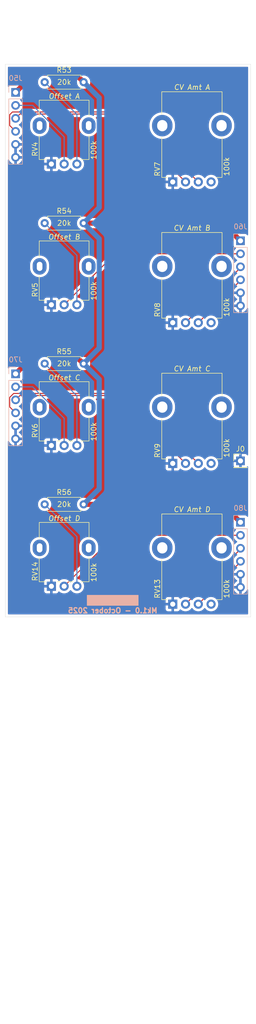
<source format=kicad_pcb>
(kicad_pcb (version 20241229) (generator "pcbnew") (generator_version "9.0")
  (title_block (rev "1") (company "DMH Instruments") (comment 1 "10cm Kosmo format synthesizer module PCB"))
  (layers (0 "F.Cu" signal) (2 "B.Cu" signal) (13 "F.Paste" user) (15 "B.Paste" user) (5 "F.SilkS" user "F.Silkscreen") (7 "B.SilkS" user "B.Silkscreen") (1 "F.Mask" user) (3 "B.Mask" user) (25 "Edge.Cuts" user))
  (net 0 "")
  (net 1 "+12V")
  (net 2 "GND")
  (net 3 "/Inputs and Outputs/CV Amt D Pot")
  (net 4 "/Inputs and Outputs/Offset D Pot")
  (net 5 "/Inputs and Outputs/CV D Jack")
  (net 6 "Net-(R56-Pad1)")
  (net 7 "/Inputs and Outputs/CV A Jack")
  (net 8 "Net-(R53-Pad1)")
  (net 9 "Net-(R54-Pad1)")
  (net 10 "/Inputs and Outputs/CV B Jack")
  (net 11 "Net-(R55-Pad1)")
  (net 12 "/Inputs and Outputs/CV C Jack")
  (net 13 "/Inputs and Outputs/Offset A Pot")
  (net 14 "/Inputs and Outputs/Offset B Pot")
  (net 15 "/Inputs and Outputs/Offset C Pot")
  (net 16 "/Inputs and Outputs/CV Amt A Pot")
  (net 17 "/Inputs and Outputs/CV Amt B Pot")
  (net 18 "/Inputs and Outputs/CV Amt C Pot")
  (footprint "SynthStuff:Potentiometer_TT_P110KH1" (layer "F.Cu") (at 85 65.5)
    (property "Reference" "RV7" (at -4.25 -2.5 90) (layer "F.SilkS"))
    (property "Value" "100k" (at 9.3 -3 90) (layer "F.SilkS"))
    (property "Function" "CV Amt A" (at 2.5 -18.5 0) (layer "F.SilkS") (effects (font (thickness 0.15) (italic yes))))
    (fp_line (start -3.4 -17.62) (end -3.4 -13.25) (stroke (width 0.12)) (layer "F.SilkS"))
    (fp_line (start -3.4 -8.7) (end -3.4 -0.88) (stroke (width 0.12)) (layer "F.SilkS"))
    (fp_line (start -2.4 -0.88) (end -3.4 -0.88) (stroke (width 0.12)) (layer "F.SilkS"))
    (fp_line (start 8.4 -17.62) (end -3.4 -17.62) (stroke (width 0.12)) (layer "F.SilkS"))
    (fp_line (start 8.4 -17.62) (end 8.4 -13.25) (stroke (width 0.12)) (layer "F.SilkS"))
    (fp_line (start 8.4 -8.7) (end 8.4 -0.88) (stroke (width 0.12)) (layer "F.SilkS"))
    (fp_line (start 8.4 -0.88) (end 7.4 -0.88) (stroke (width 0.12)) (layer "F.SilkS"))
    (pad "" thru_hole oval (at -3.3 -11) (size 4 4.2) (drill oval 2 2.2) (layers "*.Cu" "*.Mask"))
    (pad "" thru_hole circle (at 6.25 0) (size 1.8 1.8) (drill 1) (layers "*.Cu" "*.Mask"))
    (pad "" thru_hole oval (at 8.3 -11) (size 4 4.2) (drill oval 2 2.2) (layers "*.Cu" "*.Mask"))
    (pad "1" thru_hole rect (at -1.25 0) (size 1.8 1.8) (drill 1) (layers "*.Cu" "*.Mask") (net 2 "GND"))
    (pad "2" thru_hole circle (at 1.25 0) (size 1.8 1.8) (drill 1) (layers "*.Cu" "*.Mask") (net 16 "/Inputs and Outputs/CV Amt A Pot"))
    (pad "3" thru_hole circle (at 3.75 0) (size 1.8 1.8) (drill 1) (layers "*.Cu" "*.Mask") (net 7 "/Inputs and Outputs/CV A Jack"))
  )
  (footprint "Resistor_THT:R_Axial_DIN0207_L6.3mm_D2.5mm_P7.62mm_Horizontal" (layer "F.Cu") (at 58.69 46)
    (property "Reference" "R53" (at 3.81 -2.37 0) (layer "F.SilkS"))
    (property "Value" "20k" (at 3.81 0 0) (layer "F.SilkS"))
    (fp_line (start 0.54 -1.37) (end 7.08 -1.37) (stroke (width 0.12)) (layer "F.SilkS"))
    (fp_line (start 0.54 -1.04) (end 0.54 -1.37) (stroke (width 0.12)) (layer "F.SilkS"))
    (fp_line (start 0.54 1.04) (end 0.54 1.37) (stroke (width 0.12)) (layer "F.SilkS"))
    (fp_line (start 0.54 1.37) (end 7.08 1.37) (stroke (width 0.12)) (layer "F.SilkS"))
    (fp_line (start 7.08 -1.37) (end 7.08 -1.04) (stroke (width 0.12)) (layer "F.SilkS"))
    (fp_line (start 7.08 1.37) (end 7.08 1.04) (stroke (width 0.12)) (layer "F.SilkS"))
    (pad "1" thru_hole circle (at 0 0) (size 1.6 1.6) (drill 0.8) (layers "*.Cu" "*.Mask") (net 8 "Net-(R53-Pad1)"))
    (pad "2" thru_hole oval (at 7.62 0) (size 1.6 1.6) (drill 0.8) (layers "*.Cu" "*.Mask") (net 1 "+12V"))
  )
  (footprint "SynthStuff:Potentiometer_TT_P110KH1" (layer "F.Cu") (at 85 148)
    (property "Reference" "RV13" (at -4.25 -3 90) (layer "F.SilkS"))
    (property "Value" "100k" (at 9.3 -3 90) (layer "F.SilkS"))
    (property "Function" "CV Amt D" (at 2.5 -18.5 0) (layer "F.SilkS") (effects (font (thickness 0.15) (italic yes))))
    (fp_line (start -3.4 -17.62) (end -3.4 -13.25) (stroke (width 0.12)) (layer "F.SilkS"))
    (fp_line (start -3.4 -8.7) (end -3.4 -0.88) (stroke (width 0.12)) (layer "F.SilkS"))
    (fp_line (start -2.4 -0.88) (end -3.4 -0.88) (stroke (width 0.12)) (layer "F.SilkS"))
    (fp_line (start 8.4 -17.62) (end -3.4 -17.62) (stroke (width 0.12)) (layer "F.SilkS"))
    (fp_line (start 8.4 -17.62) (end 8.4 -13.25) (stroke (width 0.12)) (layer "F.SilkS"))
    (fp_line (start 8.4 -8.7) (end 8.4 -0.88) (stroke (width 0.12)) (layer "F.SilkS"))
    (fp_line (start 8.4 -0.88) (end 7.4 -0.88) (stroke (width 0.12)) (layer "F.SilkS"))
    (pad "" thru_hole oval (at -3.3 -11) (size 4 4.2) (drill oval 2 2.2) (layers "*.Cu" "*.Mask"))
    (pad "" thru_hole circle (at 6.25 0) (size 1.8 1.8) (drill 1) (layers "*.Cu" "*.Mask"))
    (pad "" thru_hole oval (at 8.3 -11) (size 4 4.2) (drill oval 2 2.2) (layers "*.Cu" "*.Mask"))
    (pad "1" thru_hole rect (at -1.25 0) (size 1.8 1.8) (drill 1) (layers "*.Cu" "*.Mask") (net 2 "GND"))
    (pad "2" thru_hole circle (at 1.25 0) (size 1.8 1.8) (drill 1) (layers "*.Cu" "*.Mask") (net 3 "/Inputs and Outputs/CV Amt D Pot"))
    (pad "3" thru_hole circle (at 3.75 0) (size 1.8 1.8) (drill 1) (layers "*.Cu" "*.Mask") (net 5 "/Inputs and Outputs/CV D Jack"))
  )
  (footprint "Resistor_THT:R_Axial_DIN0207_L6.3mm_D2.5mm_P7.62mm_Horizontal" (layer "F.Cu") (at 58.69 128.5)
    (property "Reference" "R56" (at 3.81 -2.37 0) (layer "F.SilkS"))
    (property "Value" "20k" (at 3.81 0 0) (layer "F.SilkS"))
    (fp_line (start 0.54 -1.37) (end 7.08 -1.37) (stroke (width 0.12)) (layer "F.SilkS"))
    (fp_line (start 0.54 -1.04) (end 0.54 -1.37) (stroke (width 0.12)) (layer "F.SilkS"))
    (fp_line (start 0.54 1.04) (end 0.54 1.37) (stroke (width 0.12)) (layer "F.SilkS"))
    (fp_line (start 0.54 1.37) (end 7.08 1.37) (stroke (width 0.12)) (layer "F.SilkS"))
    (fp_line (start 7.08 -1.37) (end 7.08 -1.04) (stroke (width 0.12)) (layer "F.SilkS"))
    (fp_line (start 7.08 1.37) (end 7.08 1.04) (stroke (width 0.12)) (layer "F.SilkS"))
    (pad "1" thru_hole circle (at 0 0) (size 1.6 1.6) (drill 0.8) (layers "*.Cu" "*.Mask") (net 6 "Net-(R56-Pad1)"))
    (pad "2" thru_hole oval (at 7.62 0) (size 1.6 1.6) (drill 0.8) (layers "*.Cu" "*.Mask") (net 1 "+12V"))
  )
  (footprint "SynthStuff:Potentiometer_TT_P110KH1" (layer "F.Cu") (at 85 120.5)
    (property "Reference" "RV9" (at -4.25 -2.5 90) (layer "F.SilkS"))
    (property "Value" "100k" (at 9.3 -3 90) (layer "F.SilkS"))
    (property "Function" "CV Amt C" (at 2.5 -18.5 0) (layer "F.SilkS") (effects (font (thickness 0.15) (italic yes))))
    (fp_line (start -3.4 -17.62) (end -3.4 -13.25) (stroke (width 0.12)) (layer "F.SilkS"))
    (fp_line (start -3.4 -8.7) (end -3.4 -0.88) (stroke (width 0.12)) (layer "F.SilkS"))
    (fp_line (start -2.4 -0.88) (end -3.4 -0.88) (stroke (width 0.12)) (layer "F.SilkS"))
    (fp_line (start 8.4 -17.62) (end -3.4 -17.62) (stroke (width 0.12)) (layer "F.SilkS"))
    (fp_line (start 8.4 -17.62) (end 8.4 -13.25) (stroke (width 0.12)) (layer "F.SilkS"))
    (fp_line (start 8.4 -8.7) (end 8.4 -0.88) (stroke (width 0.12)) (layer "F.SilkS"))
    (fp_line (start 8.4 -0.88) (end 7.4 -0.88) (stroke (width 0.12)) (layer "F.SilkS"))
    (pad "" thru_hole oval (at -3.3 -11) (size 4 4.2) (drill oval 2 2.2) (layers "*.Cu" "*.Mask"))
    (pad "" thru_hole circle (at 6.25 0) (size 1.8 1.8) (drill 1) (layers "*.Cu" "*.Mask"))
    (pad "" thru_hole oval (at 8.3 -11) (size 4 4.2) (drill oval 2 2.2) (layers "*.Cu" "*.Mask"))
    (pad "1" thru_hole rect (at -1.25 0) (size 1.8 1.8) (drill 1) (layers "*.Cu" "*.Mask") (net 2 "GND"))
    (pad "2" thru_hole circle (at 1.25 0) (size 1.8 1.8) (drill 1) (layers "*.Cu" "*.Mask") (net 18 "/Inputs and Outputs/CV Amt C Pot"))
    (pad "3" thru_hole circle (at 3.75 0) (size 1.8 1.8) (drill 1) (layers "*.Cu" "*.Mask") (net 12 "/Inputs and Outputs/CV C Jack"))
  )
  (footprint "SynthStuff:Potentiometer_Alpha_RD901F-40-00D_Single_Vertical" (layer "F.Cu") (at 60 89.5 90)
    (property "Reference" "RV5" (at 2.9 -3.2 90) (layer "F.SilkS"))
    (property "Value" "100k" (at 2.7 8.3 90) (layer "F.SilkS"))
    (property "Function" "Offset B" (at 13.25 2.5 0) (layer "F.SilkS") (effects (font (thickness 0.15) (italic yes))))
    (fp_line (start 0.88 -2.38) (end 5.6 -2.38) (stroke (width 0.12)) (layer "F.SilkS"))
    (fp_line (start 9.41 -2.37) (end 12.47 -2.37) (stroke (width 0.12)) (layer "F.SilkS"))
    (fp_line (start 0.88 -1.19) (end 0.88 -2.37) (stroke (width 0.12)) (layer "F.SilkS"))
    (fp_line (start 0.88 1.71) (end 0.88 1.18) (stroke (width 0.12)) (layer "F.SilkS"))
    (fp_line (start 0.88 4.16) (end 0.88 3.33) (stroke (width 0.12)) (layer "F.SilkS"))
    (fp_line (start 12.47 7.37) (end 12.47 -2.37) (stroke (width 0.12)) (layer "F.SilkS"))
    (fp_line (start 9.41 7.37) (end 12.47 7.37) (stroke (width 0.12)) (layer "F.SilkS"))
    (fp_line (start 0.88 7.37) (end 0.88 5.88) (stroke (width 0.12)) (layer "F.SilkS"))
    (fp_line (start 0.88 7.37) (end 5.6 7.37) (stroke (width 0.12)) (layer "F.SilkS"))
    (pad "" thru_hole oval (at 7.5 -2.3 180) (size 2.72 3.24) (drill oval 1.1 1.8) (layers "*.Cu" "*.Mask"))
    (pad "" thru_hole oval (at 7.5 7.3 180) (size 2.72 3.24) (drill oval 1.1 1.8) (layers "*.Cu" "*.Mask"))
    (pad "1" thru_hole rect (at 0 0 180) (size 1.8 1.8) (drill 1) (layers "*.Cu" "*.Mask") (net 2 "GND"))
    (pad "2" thru_hole circle (at 0 2.5 180) (size 1.8 1.8) (drill 1) (layers "*.Cu" "*.Mask") (net 14 "/Inputs and Outputs/Offset B Pot"))
    (pad "3" thru_hole circle (at 0 5 180) (size 1.8 1.8) (drill 1) (layers "*.Cu" "*.Mask") (net 9 "Net-(R54-Pad1)"))
  )
  (footprint "Connector_PinHeader_2.54mm:PinHeader_1x01_P2.54mm_Vertical" (layer "F.Cu") (at 97 120)
    (property "Reference" "J0" (at 0 -2.33 0) (layer "F.SilkS"))
    (property "Value" "Conn_01x01" (hide yes))
    (fp_line (start -1.33 -1.33) (end 0 -1.33) (stroke (width 0.12)) (layer "F.SilkS"))
    (fp_line (start -1.33 0) (end -1.33 -1.33) (stroke (width 0.12)) (layer "F.SilkS"))
    (fp_line (start -1.33 1.27) (end -1.33 1.33) (stroke (width 0.12)) (layer "F.SilkS"))
    (fp_line (start -1.33 1.27) (end 1.33 1.27) (stroke (width 0.12)) (layer "F.SilkS"))
    (fp_line (start -1.33 1.33) (end 1.33 1.33) (stroke (width 0.12)) (layer "F.SilkS"))
    (fp_line (start 1.33 1.27) (end 1.33 1.33) (stroke (width 0.12)) (layer "F.SilkS"))
    (pad "1" thru_hole rect (at 0 0) (size 1.7 1.7) (drill 1) (layers "*.Cu" "*.Mask") (net 2 "GND"))
  )
  (footprint "SynthStuff:Potentiometer_Alpha_RD901F-40-00D_Single_Vertical" (layer "F.Cu") (at 60 144.5 90)
    (property "Reference" "RV14" (at 2.9 -3.2 90) (layer "F.SilkS"))
    (property "Value" "100k" (at 2.7 8.3 90) (layer "F.SilkS"))
    (property "Function" "Offset D" (at 13.25 2.5 0) (layer "F.SilkS") (effects (font (thickness 0.15) (italic yes))))
    (fp_line (start 0.88 -2.38) (end 5.6 -2.38) (stroke (width 0.12)) (layer "F.SilkS"))
    (fp_line (start 9.41 -2.37) (end 12.47 -2.37) (stroke (width 0.12)) (layer "F.SilkS"))
    (fp_line (start 0.88 -1.19) (end 0.88 -2.37) (stroke (width 0.12)) (layer "F.SilkS"))
    (fp_line (start 0.88 1.71) (end 0.88 1.18) (stroke (width 0.12)) (layer "F.SilkS"))
    (fp_line (start 0.88 4.16) (end 0.88 3.33) (stroke (width 0.12)) (layer "F.SilkS"))
    (fp_line (start 12.47 7.37) (end 12.47 -2.37) (stroke (width 0.12)) (layer "F.SilkS"))
    (fp_line (start 9.41 7.37) (end 12.47 7.37) (stroke (width 0.12)) (layer "F.SilkS"))
    (fp_line (start 0.88 7.37) (end 0.88 5.88) (stroke (width 0.12)) (layer "F.SilkS"))
    (fp_line (start 0.88 7.37) (end 5.6 7.37) (stroke (width 0.12)) (layer "F.SilkS"))
    (pad "" thru_hole oval (at 7.5 -2.3 180) (size 2.72 3.24) (drill oval 1.1 1.8) (layers "*.Cu" "*.Mask"))
    (pad "" thru_hole oval (at 7.5 7.3 180) (size 2.72 3.24) (drill oval 1.1 1.8) (layers "*.Cu" "*.Mask"))
    (pad "1" thru_hole rect (at 0 0 180) (size 1.8 1.8) (drill 1) (layers "*.Cu" "*.Mask") (net 2 "GND"))
    (pad "2" thru_hole circle (at 0 2.5 180) (size 1.8 1.8) (drill 1) (layers "*.Cu" "*.Mask") (net 4 "/Inputs and Outputs/Offset D Pot"))
    (pad "3" thru_hole circle (at 0 5 180) (size 1.8 1.8) (drill 1) (layers "*.Cu" "*.Mask") (net 6 "Net-(R56-Pad1)"))
  )
  (footprint "Resistor_THT:R_Axial_DIN0207_L6.3mm_D2.5mm_P7.62mm_Horizontal" (layer "F.Cu") (at 58.69 101)
    (property "Reference" "R55" (at 3.81 -2.37 0) (layer "F.SilkS"))
    (property "Value" "20k" (at 3.81 0 0) (layer "F.SilkS"))
    (fp_line (start 0.54 -1.37) (end 7.08 -1.37) (stroke (width 0.12)) (layer "F.SilkS"))
    (fp_line (start 0.54 -1.04) (end 0.54 -1.37) (stroke (width 0.12)) (layer "F.SilkS"))
    (fp_line (start 0.54 1.04) (end 0.54 1.37) (stroke (width 0.12)) (layer "F.SilkS"))
    (fp_line (start 0.54 1.37) (end 7.08 1.37) (stroke (width 0.12)) (layer "F.SilkS"))
    (fp_line (start 7.08 -1.37) (end 7.08 -1.04) (stroke (width 0.12)) (layer "F.SilkS"))
    (fp_line (start 7.08 1.37) (end 7.08 1.04) (stroke (width 0.12)) (layer "F.SilkS"))
    (pad "1" thru_hole circle (at 0 0) (size 1.6 1.6) (drill 0.8) (layers "*.Cu" "*.Mask") (net 11 "Net-(R55-Pad1)"))
    (pad "2" thru_hole oval (at 7.62 0) (size 1.6 1.6) (drill 0.8) (layers "*.Cu" "*.Mask") (net 1 "+12V"))
  )
  (footprint "SynthStuff:Potentiometer_TT_P110KH1" (layer "F.Cu") (at 85 93)
    (property "Reference" "RV8" (at -4.25 -2.5 90) (layer "F.SilkS"))
    (property "Value" "100k" (at 9.3 -3 90) (layer "F.SilkS"))
    (property "Function" "CV Amt B" (at 2.5 -18.5 0) (layer "F.SilkS") (effects (font (thickness 0.15) (italic yes))))
    (fp_line (start -3.4 -17.62) (end -3.4 -13.25) (stroke (width 0.12)) (layer "F.SilkS"))
    (fp_line (start -3.4 -8.7) (end -3.4 -0.88) (stroke (width 0.12)) (layer "F.SilkS"))
    (fp_line (start -2.4 -0.88) (end -3.4 -0.88) (stroke (width 0.12)) (layer "F.SilkS"))
    (fp_line (start 8.4 -17.62) (end -3.4 -17.62) (stroke (width 0.12)) (layer "F.SilkS"))
    (fp_line (start 8.4 -17.62) (end 8.4 -13.25) (stroke (width 0.12)) (layer "F.SilkS"))
    (fp_line (start 8.4 -8.7) (end 8.4 -0.88) (stroke (width 0.12)) (layer "F.SilkS"))
    (fp_line (start 8.4 -0.88) (end 7.4 -0.88) (stroke (width 0.12)) (layer "F.SilkS"))
    (pad "" thru_hole oval (at -3.3 -11) (size 4 4.2) (drill oval 2 2.2) (layers "*.Cu" "*.Mask"))
    (pad "" thru_hole circle (at 6.25 0) (size 1.8 1.8) (drill 1) (layers "*.Cu" "*.Mask"))
    (pad "" thru_hole oval (at 8.3 -11) (size 4 4.2) (drill oval 2 2.2) (layers "*.Cu" "*.Mask"))
    (pad "1" thru_hole rect (at -1.25 0) (size 1.8 1.8) (drill 1) (layers "*.Cu" "*.Mask") (net 2 "GND"))
    (pad "2" thru_hole circle (at 1.25 0) (size 1.8 1.8) (drill 1) (layers "*.Cu" "*.Mask") (net 17 "/Inputs and Outputs/CV Amt B Pot"))
    (pad "3" thru_hole circle (at 3.75 0) (size 1.8 1.8) (drill 1) (layers "*.Cu" "*.Mask") (net 10 "/Inputs and Outputs/CV B Jack"))
  )
  (footprint "SynthStuff:Potentiometer_Alpha_RD901F-40-00D_Single_Vertical" (layer "F.Cu") (at 60 117 90)
    (property "Reference" "RV6" (at 2.9 -3.2 90) (layer "F.SilkS"))
    (property "Value" "100k" (at 2.7 8.3 90) (layer "F.SilkS"))
    (property "Function" "Offset C" (at 13.25 2.5 0) (layer "F.SilkS") (effects (font (thickness 0.15) (italic yes))))
    (fp_line (start 0.88 -2.38) (end 5.6 -2.38) (stroke (width 0.12)) (layer "F.SilkS"))
    (fp_line (start 9.41 -2.37) (end 12.47 -2.37) (stroke (width 0.12)) (layer "F.SilkS"))
    (fp_line (start 0.88 -1.19) (end 0.88 -2.37) (stroke (width 0.12)) (layer "F.SilkS"))
    (fp_line (start 0.88 1.71) (end 0.88 1.18) (stroke (width 0.12)) (layer "F.SilkS"))
    (fp_line (start 0.88 4.16) (end 0.88 3.33) (stroke (width 0.12)) (layer "F.SilkS"))
    (fp_line (start 12.47 7.37) (end 12.47 -2.37) (stroke (width 0.12)) (layer "F.SilkS"))
    (fp_line (start 9.41 7.37) (end 12.47 7.37) (stroke (width 0.12)) (layer "F.SilkS"))
    (fp_line (start 0.88 7.37) (end 0.88 5.88) (stroke (width 0.12)) (layer "F.SilkS"))
    (fp_line (start 0.88 7.37) (end 5.6 7.37) (stroke (width 0.12)) (layer "F.SilkS"))
    (pad "" thru_hole oval (at 7.5 -2.3 180) (size 2.72 3.24) (drill oval 1.1 1.8) (layers "*.Cu" "*.Mask"))
    (pad "" thru_hole oval (at 7.5 7.3 180) (size 2.72 3.24) (drill oval 1.1 1.8) (layers "*.Cu" "*.Mask"))
    (pad "1" thru_hole rect (at 0 0 180) (size 1.8 1.8) (drill 1) (layers "*.Cu" "*.Mask") (net 2 "GND"))
    (pad "2" thru_hole circle (at 0 2.5 180) (size 1.8 1.8) (drill 1) (layers "*.Cu" "*.Mask") (net 15 "/Inputs and Outputs/Offset C Pot"))
    (pad "3" thru_hole circle (at 0 5 180) (size 1.8 1.8) (drill 1) (layers "*.Cu" "*.Mask") (net 11 "Net-(R55-Pad1)"))
  )
  (footprint "Resistor_THT:R_Axial_DIN0207_L6.3mm_D2.5mm_P7.62mm_Horizontal" (layer "F.Cu") (at 58.69 73.55)
    (property "Reference" "R54" (at 3.81 -2.37 0) (layer "F.SilkS"))
    (property "Value" "20k" (at 3.81 0 0) (layer "F.SilkS"))
    (fp_line (start 0.54 -1.37) (end 7.08 -1.37) (stroke (width 0.12)) (layer "F.SilkS"))
    (fp_line (start 0.54 -1.04) (end 0.54 -1.37) (stroke (width 0.12)) (layer "F.SilkS"))
    (fp_line (start 0.54 1.04) (end 0.54 1.37) (stroke (width 0.12)) (layer "F.SilkS"))
    (fp_line (start 0.54 1.37) (end 7.08 1.37) (stroke (width 0.12)) (layer "F.SilkS"))
    (fp_line (start 7.08 -1.37) (end 7.08 -1.04) (stroke (width 0.12)) (layer "F.SilkS"))
    (fp_line (start 7.08 1.37) (end 7.08 1.04) (stroke (width 0.12)) (layer "F.SilkS"))
    (pad "1" thru_hole circle (at 0 0) (size 1.6 1.6) (drill 0.8) (layers "*.Cu" "*.Mask") (net 9 "Net-(R54-Pad1)"))
    (pad "2" thru_hole oval (at 7.62 0) (size 1.6 1.6) (drill 0.8) (layers "*.Cu" "*.Mask") (net 1 "+12V"))
  )
  (footprint "SynthStuff:Potentiometer_Alpha_RD901F-40-00D_Single_Vertical" (layer "F.Cu") (at 60 62 90)
    (property "Reference" "RV4" (at 2.9 -3.2 90) (layer "F.SilkS"))
    (property "Value" "100k" (at 2.7 8.3 90) (layer "F.SilkS"))
    (property "Function" "Offset A" (at 13.25 2.5 0) (layer "F.SilkS") (effects (font (thickness 0.15) (italic yes))))
    (fp_line (start 0.88 -2.38) (end 5.6 -2.38) (stroke (width 0.12)) (layer "F.SilkS"))
    (fp_line (start 9.41 -2.37) (end 12.47 -2.37) (stroke (width 0.12)) (layer "F.SilkS"))
    (fp_line (start 0.88 -1.19) (end 0.88 -2.37) (stroke (width 0.12)) (layer "F.SilkS"))
    (fp_line (start 0.88 1.71) (end 0.88 1.18) (stroke (width 0.12)) (layer "F.SilkS"))
    (fp_line (start 0.88 4.16) (end 0.88 3.33) (stroke (width 0.12)) (layer "F.SilkS"))
    (fp_line (start 12.47 7.37) (end 12.47 -2.37) (stroke (width 0.12)) (layer "F.SilkS"))
    (fp_line (start 9.41 7.37) (end 12.47 7.37) (stroke (width 0.12)) (layer "F.SilkS"))
    (fp_line (start 0.88 7.37) (end 0.88 5.88) (stroke (width 0.12)) (layer "F.SilkS"))
    (fp_line (start 0.88 7.37) (end 5.6 7.37) (stroke (width 0.12)) (layer "F.SilkS"))
    (pad "" thru_hole oval (at 7.5 -2.3 180) (size 2.72 3.24) (drill oval 1.1 1.8) (layers "*.Cu" "*.Mask"))
    (pad "" thru_hole oval (at 7.5 7.3 180) (size 2.72 3.24) (drill oval 1.1 1.8) (layers "*.Cu" "*.Mask"))
    (pad "1" thru_hole rect (at 0 0 180) (size 1.8 1.8) (drill 1) (layers "*.Cu" "*.Mask") (net 2 "GND"))
    (pad "2" thru_hole circle (at 0 2.5 180) (size 1.8 1.8) (drill 1) (layers "*.Cu" "*.Mask") (net 13 "/Inputs and Outputs/Offset A Pot"))
    (pad "3" thru_hole circle (at 0 5 180) (size 1.8 1.8) (drill 1) (layers "*.Cu" "*.Mask") (net 8 "Net-(R53-Pad1)"))
  )
  (footprint "Connector_PinSocket_2.54mm:PinSocket_1x06_P2.54mm_Vertical" (layer "B.Cu") (at 97 77 180)
    (property "Reference" "J60" (at 0 2.77 0) (layer "B.SilkS") (effects (justify mirror)))
    (property "Value" "Conn_01x06" (hide yes))
    (fp_line (start 1.33 1.33) (end 1.33 0) (stroke (width 0.12)) (layer "B.SilkS"))
    (fp_line (start 1.33 -1.27) (end 1.33 -14.03) (stroke (width 0.12)) (layer "B.SilkS"))
    (fp_line (start 0 1.33) (end 1.33 1.33) (stroke (width 0.12)) (layer "B.SilkS"))
    (fp_line (start -1.33 -1.27) (end 1.33 -1.27) (stroke (width 0.12)) (layer "B.SilkS"))
    (fp_line (start -1.33 -1.27) (end -1.33 -14.03) (stroke (width 0.12)) (layer "B.SilkS"))
    (fp_line (start -1.33 -14.03) (end 1.33 -14.03) (stroke (width 0.12)) (layer "B.SilkS"))
    (pad "1" thru_hole rect (at 0 0 180) (size 1.7 1.7) (drill 1) (layers "*.Cu" "*.Mask") (net 1 "+12V"))
    (pad "2" thru_hole oval (at 0 -2.54 180) (size 1.7 1.7) (drill 1) (layers "*.Cu" "*.Mask") (net 14 "/Inputs and Outputs/Offset B Pot"))
    (pad "3" thru_hole oval (at 0 -5.08 180) (size 1.7 1.7) (drill 1) (layers "*.Cu" "*.Mask") (net 17 "/Inputs and Outputs/CV Amt B Pot"))
    (pad "4" thru_hole oval (at 0 -7.62 180) (size 1.7 1.7) (drill 1) (layers "*.Cu" "*.Mask") (net 10 "/Inputs and Outputs/CV B Jack"))
    (pad "5" thru_hole oval (at 0 -10.16 180) (size 1.7 1.7) (drill 1) (layers "*.Cu" "*.Mask") (net 2 "GND"))
    (pad "6" thru_hole oval (at 0 -12.7 180) (size 1.7 1.7) (drill 1) (layers "*.Cu" "*.Mask") (net 2 "GND"))
  )
  (footprint "Connector_PinSocket_2.54mm:PinSocket_1x06_P2.54mm_Vertical" (layer "B.Cu") (at 53 103 180)
    (property "Reference" "J70" (at 0 2.77 0) (layer "B.SilkS") (effects (justify mirror)))
    (property "Value" "Conn_01x06" (hide yes))
    (fp_line (start 1.33 1.33) (end 1.33 0) (stroke (width 0.12)) (layer "B.SilkS"))
    (fp_line (start 1.33 -1.27) (end 1.33 -14.03) (stroke (width 0.12)) (layer "B.SilkS"))
    (fp_line (start 0 1.33) (end 1.33 1.33) (stroke (width 0.12)) (layer "B.SilkS"))
    (fp_line (start -1.33 -1.27) (end 1.33 -1.27) (stroke (width 0.12)) (layer "B.SilkS"))
    (fp_line (start -1.33 -1.27) (end -1.33 -14.03) (stroke (width 0.12)) (layer "B.SilkS"))
    (fp_line (start -1.33 -14.03) (end 1.33 -14.03) (stroke (width 0.12)) (layer "B.SilkS"))
    (pad "1" thru_hole rect (at 0 0 180) (size 1.7 1.7) (drill 1) (layers "*.Cu" "*.Mask") (net 1 "+12V"))
    (pad "2" thru_hole oval (at 0 -2.54 180) (size 1.7 1.7) (drill 1) (layers "*.Cu" "*.Mask") (net 15 "/Inputs and Outputs/Offset C Pot"))
    (pad "3" thru_hole oval (at 0 -5.08 180) (size 1.7 1.7) (drill 1) (layers "*.Cu" "*.Mask") (net 18 "/Inputs and Outputs/CV Amt C Pot"))
    (pad "4" thru_hole oval (at 0 -7.62 180) (size 1.7 1.7) (drill 1) (layers "*.Cu" "*.Mask") (net 12 "/Inputs and Outputs/CV C Jack"))
    (pad "5" thru_hole oval (at 0 -10.16 180) (size 1.7 1.7) (drill 1) (layers "*.Cu" "*.Mask") (net 2 "GND"))
    (pad "6" thru_hole oval (at 0 -12.7 180) (size 1.7 1.7) (drill 1) (layers "*.Cu" "*.Mask") (net 2 "GND"))
  )
  (footprint "Connector_PinSocket_2.54mm:PinSocket_1x06_P2.54mm_Vertical" (layer "B.Cu") (at 53 48 180)
    (property "Reference" "J50" (at 0 2.77 0) (layer "B.SilkS") (effects (justify mirror)))
    (property "Value" "Conn_01x06" (hide yes))
    (fp_line (start 1.33 1.33) (end 1.33 0) (stroke (width 0.12)) (layer "B.SilkS"))
    (fp_line (start 1.33 -1.27) (end 1.33 -14.03) (stroke (width 0.12)) (layer "B.SilkS"))
    (fp_line (start 0 1.33) (end 1.33 1.33) (stroke (width 0.12)) (layer "B.SilkS"))
    (fp_line (start -1.33 -1.27) (end 1.33 -1.27) (stroke (width 0.12)) (layer "B.SilkS"))
    (fp_line (start -1.33 -1.27) (end -1.33 -14.03) (stroke (width 0.12)) (layer "B.SilkS"))
    (fp_line (start -1.33 -14.03) (end 1.33 -14.03) (stroke (width 0.12)) (layer "B.SilkS"))
    (pad "1" thru_hole rect (at 0 0 180) (size 1.7 1.7) (drill 1) (layers "*.Cu" "*.Mask") (net 1 "+12V"))
    (pad "2" thru_hole oval (at 0 -2.54 180) (size 1.7 1.7) (drill 1) (layers "*.Cu" "*.Mask") (net 13 "/Inputs and Outputs/Offset A Pot"))
    (pad "3" thru_hole oval (at 0 -5.08 180) (size 1.7 1.7) (drill 1) (layers "*.Cu" "*.Mask") (net 16 "/Inputs and Outputs/CV Amt A Pot"))
    (pad "4" thru_hole oval (at 0 -7.62 180) (size 1.7 1.7) (drill 1) (layers "*.Cu" "*.Mask") (net 7 "/Inputs and Outputs/CV A Jack"))
    (pad "5" thru_hole oval (at 0 -10.16 180) (size 1.7 1.7) (drill 1) (layers "*.Cu" "*.Mask") (net 2 "GND"))
    (pad "6" thru_hole oval (at 0 -12.7 180) (size 1.7 1.7) (drill 1) (layers "*.Cu" "*.Mask") (net 2 "GND"))
  )
  (footprint "Connector_PinSocket_2.54mm:PinSocket_1x06_P2.54mm_Vertical" (layer "B.Cu") (at 97 132 180)
    (property "Reference" "J80" (at 0 2.77 0) (layer "B.SilkS") (effects (justify mirror)))
    (property "Value" "Conn_01x06" (hide yes))
    (fp_line (start 1.33 1.33) (end 1.33 0) (stroke (width 0.12)) (layer "B.SilkS"))
    (fp_line (start 1.33 -1.27) (end 1.33 -14.03) (stroke (width 0.12)) (layer "B.SilkS"))
    (fp_line (start 0 1.33) (end 1.33 1.33) (stroke (width 0.12)) (layer "B.SilkS"))
    (fp_line (start -1.33 -1.27) (end 1.33 -1.27) (stroke (width 0.12)) (layer "B.SilkS"))
    (fp_line (start -1.33 -1.27) (end -1.33 -14.03) (stroke (width 0.12)) (layer "B.SilkS"))
    (fp_line (start -1.33 -14.03) (end 1.33 -14.03) (stroke (width 0.12)) (layer "B.SilkS"))
    (pad "1" thru_hole rect (at 0 0 180) (size 1.7 1.7) (drill 1) (layers "*.Cu" "*.Mask") (net 1 "+12V"))
    (pad "2" thru_hole oval (at 0 -2.54 180) (size 1.7 1.7) (drill 1) (layers "*.Cu" "*.Mask") (net 4 "/Inputs and Outputs/Offset D Pot"))
    (pad "3" thru_hole oval (at 0 -5.08 180) (size 1.7 1.7) (drill 1) (layers "*.Cu" "*.Mask") (net 3 "/Inputs and Outputs/CV Amt D Pot"))
    (pad "4" thru_hole oval (at 0 -7.62 180) (size 1.7 1.7) (drill 1) (layers "*.Cu" "*.Mask") (net 5 "/Inputs and Outputs/CV D Jack"))
    (pad "5" thru_hole oval (at 0 -10.16 180) (size 1.7 1.7) (drill 1) (layers "*.Cu" "*.Mask") (net 2 "GND"))
    (pad "6" thru_hole oval (at 0 -12.7 180) (size 1.7 1.7) (drill 1) (layers "*.Cu" "*.Mask") (net 2 "GND"))
  )
  (gr_rect (start 67 146.25) (end 77 148.25) (stroke (width 0.1)) (fill yes) (layer "B.SilkS"))
  (gr_line (start 51 42.5) (end 51 150.5) (stroke (width 0.05)) (layer "Edge.Cuts"))
  (gr_line (start 99 150.5) (end 99 42.5) (stroke (width 0.05)) (layer "Edge.Cuts"))
  (gr_line (start 51 150.5) (end 99 150.5) (stroke (width 0.05)) (layer "Edge.Cuts"))
  (gr_line (start 99 42.5) (end 51 42.5) (stroke (width 0.05)) (layer "Edge.Cuts"))
  (gr_text "Mk1.0 - October 2025" (at 72 149.25 0) (layer "B.SilkS") (effects (font (size 1 1) (thickness 0.25) (bold yes)) (justify mirror)))
  (segment (start 56.75 44.25) (end 64.56 44.25) (width 1) (layer "F.Cu") (net 1))
  (segment (start 93.5 128.5) (end 97 132) (width 1) (layer "F.Cu") (net 1))
  (segment (start 66.31 73.55) (end 93.55 73.55) (width 1) (layer "F.Cu") (net 1))
  (segment (start 53 103) (end 57 99) (width 1) (layer "F.Cu") (net 1))
  (segment (start 53 48) (end 56.75 44.25) (width 1) (layer "F.Cu") (net 1))
  (segment (start 66.25 101) (end 66.31 101) (width 1) (layer "F.Cu") (net 1))
  (segment (start 93.55 73.55) (end 97 77) (width 1) (layer "F.Cu") (net 1))
  (segment (start 64.25 99) (end 66.25 101) (width 1) (layer "F.Cu") (net 1))
  (segment (start 57 99) (end 64.25 99) (width 1) (layer "F.Cu") (net 1))
  (segment (start 66.31 128.5) (end 93.5 128.5) (width 1) (layer "F.Cu") (net 1))
  (segment (start 64.56 44.25) (end 66.31 46) (width 1) (layer "F.Cu") (net 1))
  (segment (start 69.361 49.051) (end 69.361 70.499) (width 1) (layer "B.Cu") (net 1))
  (segment (start 69.361 104.051) (end 69.361 125.449) (width 1) (layer "B.Cu") (net 1))
  (segment (start 69.361 70.499) (end 66.31 73.55) (width 1) (layer "B.Cu") (net 1))
  (segment (start 69.361 97.949) (end 66.31 101) (width 1) (layer "B.Cu") (net 1))
  (segment (start 66.31 73.55) (end 69.361 76.601) (width 1) (layer "B.Cu") (net 1))
  (segment (start 66.31 46) (end 69.361 49.051) (width 1) (layer "B.Cu") (net 1))
  (segment (start 69.361 76.601) (end 69.361 97.949) (width 1) (layer "B.Cu") (net 1))
  (segment (start 66.31 101) (end 69.361 104.051) (width 1) (layer "B.Cu") (net 1))
  (segment (start 69.361 125.449) (end 66.31 128.5) (width 1) (layer "B.Cu") (net 1))
  (segment (start 97 137.25) (end 97 137.08) (width 0.2) (layer "F.Cu") (net 3))
  (segment (start 86.25 148) (end 97 137.25) (width 0.2) (layer "F.Cu") (net 3))
  (segment (start 72.46 134.54) (end 97 134.54) (width 0.2) (layer "F.Cu") (net 4))
  (segment (start 62.5 144.5) (end 72.46 134.54) (width 0.2) (layer "F.Cu") (net 4))
  (segment (start 97 139.75) (end 97 139.62) (width 0.2) (layer "F.Cu") (net 5))
  (segment (start 88.75 148) (end 97 139.75) (width 0.2) (layer "F.Cu") (net 5))
  (segment (start 58.69 128.5) (end 65 134.81) (width 0.2) (layer "B.Cu") (net 6))
  (segment (start 65 134.81) (end 65 144.5) (width 0.2) (layer "B.Cu") (net 6))
  (segment (start 51.849 54.469) (end 51.849 52.36524) (width 0.2) (layer "F.Cu") (net 7))
  (segment (start 52.38524 51.829) (end 75.079 51.829) (width 0.2) (layer "F.Cu") (net 7))
  (segment (start 53 55.62) (end 51.849 54.469) (width 0.2) (layer "F.Cu") (net 7))
  (segment (start 75.079 51.829) (end 88.75 65.5) (width 0.2) (layer "F.Cu") (net 7))
  (segment (start 51.849 52.36524) (end 52.38524 51.829) (width 0.2) (layer "F.Cu") (net 7))
  (segment (start 65 52.31) (end 65 62) (width 0.2) (layer "B.Cu") (net 8))
  (segment (start 58.69 46) (end 65 52.31) (width 0.2) (layer "B.Cu") (net 8))
  (segment (start 58.69 73.55) (end 65 79.86) (width 0.2) (layer "B.Cu") (net 9))
  (segment (start 65 79.86) (end 65 89.5) (width 0.2) (layer "B.Cu") (net 9))
  (segment (start 97 84.75) (end 97 84.62) (width 0.2) (layer "F.Cu") (net 10))
  (segment (start 88.75 93) (end 97 84.75) (width 0.2) (layer "F.Cu") (net 10))
  (segment (start 58.69 101) (end 65 107.31) (width 0.2) (layer "B.Cu") (net 11))
  (segment (start 65 107.31) (end 65 117) (width 0.2) (layer "B.Cu") (net 11))
  (segment (start 51.849 107.60324) (end 52.62324 106.829) (width 0.2) (layer "F.Cu") (net 12))
  (segment (start 51.849 109.469) (end 51.849 107.60324) (width 0.2) (layer "F.Cu") (net 12))
  (segment (start 52.62324 106.829) (end 75.079 106.829) (width 0.2) (layer "F.Cu") (net 12))
  (segment (start 53 110.62) (end 51.849 109.469) (width 0.2) (layer "F.Cu") (net 12))
  (segment (start 75.079 106.829) (end 88.75 120.5) (width 0.2) (layer "F.Cu") (net 12))
  (segment (start 53 50.54) (end 56.349009 50.54) (width 0.2) (layer "B.Cu") (net 13))
  (segment (start 62.5 56.690991) (end 62.5 62) (width 0.2) (layer "B.Cu") (net 13))
  (segment (start 56.349009 50.54) (end 62.5 56.690991) (width 0.2) (layer "B.Cu") (net 13))
  (segment (start 72.46 79.54) (end 97 79.54) (width 0.2) (layer "F.Cu") (net 14))
  (segment (start 62.5 89.5) (end 72.46 79.54) (width 0.2) (layer "F.Cu") (net 14))
  (segment (start 53 105.54) (end 56.349009 105.54) (width 0.2) (layer "B.Cu") (net 15))
  (segment (start 56.349009 105.54) (end 62.5 111.690991) (width 0.2) (layer "B.Cu") (net 15))
  (segment (start 62.5 111.690991) (end 62.5 117) (width 0.2) (layer "B.Cu") (net 15))
  (segment (start 72.98 52.23) (end 86.25 65.5) (width 0.2) (layer "F.Cu") (net 16))
  (segment (start 53.85 52.23) (end 72.98 52.23) (width 0.2) (layer "F.Cu") (net 16))
  (segment (start 53 53.08) (end 53.85 52.23) (width 0.2) (layer "F.Cu") (net 16))
  (segment (start 97 82.25) (end 97 82.08) (width 0.2) (layer "F.Cu") (net 17))
  (segment (start 86.25 93) (end 97 82.25) (width 0.2) (layer "F.Cu") (net 17))
  (segment (start 53.85 107.23) (end 72.98 107.23) (width 0.2) (layer "F.Cu") (net 18))
  (segment (start 72.98 107.23) (end 86.25 120.5) (width 0.2) (layer "F.Cu") (net 18))
  (segment (start 53 108.08) (end 53.85 107.23) (width 0.2) (layer "F.Cu") (net 18))
  (zone (net 2) (net_name "GND") (layers "F.Cu" "B.Cu") (name "Ground_planes") (connect_pads (clearance 0.5)) (min_thickness 0.25) (fill yes (thermal_gap 0.5) (thermal_bridge_width 0.5))
    (polygon (pts (xy 51 42.5) (xy 99 42.5) (xy 99 150.5) (xy 51 150.5)))
  )
)
</source>
